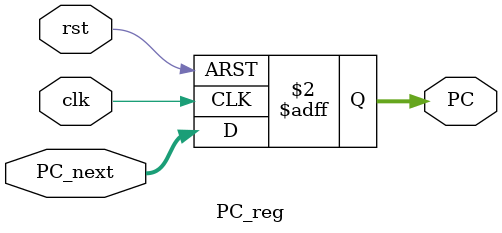
<source format=v>
`timescale 1ns / 1ps


module PC_reg (
    input  wire       clk,
    input  wire       rst,
    input  wire [31:0] PC_next,
    output reg  [31:0] PC
);
    always @(posedge clk or posedge rst) begin
        if (rst) PC <= 32'h00000000;
        else     PC <= PC_next;
    end
endmodule

</source>
